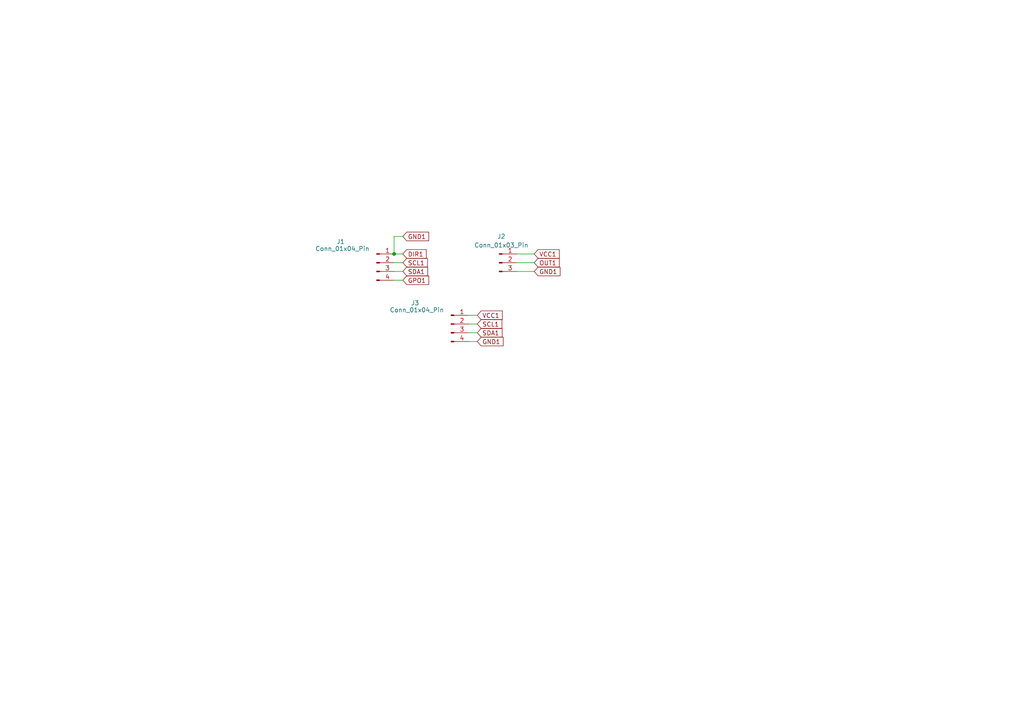
<source format=kicad_sch>
(kicad_sch
	(version 20250114)
	(generator "eeschema")
	(generator_version "9.0")
	(uuid "857a17b9-6f6b-4bfe-ad66-39ef52397642")
	(paper "A4")
	(lib_symbols
		(symbol "Connector:Conn_01x03_Pin"
			(pin_names
				(offset 1.016)
				(hide yes)
			)
			(exclude_from_sim no)
			(in_bom yes)
			(on_board yes)
			(property "Reference" "J"
				(at 0 5.08 0)
				(effects
					(font
						(size 1.27 1.27)
					)
				)
			)
			(property "Value" "Conn_01x03_Pin"
				(at 0 -5.08 0)
				(effects
					(font
						(size 1.27 1.27)
					)
				)
			)
			(property "Footprint" ""
				(at 0 0 0)
				(effects
					(font
						(size 1.27 1.27)
					)
					(hide yes)
				)
			)
			(property "Datasheet" "~"
				(at 0 0 0)
				(effects
					(font
						(size 1.27 1.27)
					)
					(hide yes)
				)
			)
			(property "Description" "Generic connector, single row, 01x03, script generated"
				(at 0 0 0)
				(effects
					(font
						(size 1.27 1.27)
					)
					(hide yes)
				)
			)
			(property "ki_locked" ""
				(at 0 0 0)
				(effects
					(font
						(size 1.27 1.27)
					)
				)
			)
			(property "ki_keywords" "connector"
				(at 0 0 0)
				(effects
					(font
						(size 1.27 1.27)
					)
					(hide yes)
				)
			)
			(property "ki_fp_filters" "Connector*:*_1x??_*"
				(at 0 0 0)
				(effects
					(font
						(size 1.27 1.27)
					)
					(hide yes)
				)
			)
			(symbol "Conn_01x03_Pin_1_1"
				(rectangle
					(start 0.8636 2.667)
					(end 0 2.413)
					(stroke
						(width 0.1524)
						(type default)
					)
					(fill
						(type outline)
					)
				)
				(rectangle
					(start 0.8636 0.127)
					(end 0 -0.127)
					(stroke
						(width 0.1524)
						(type default)
					)
					(fill
						(type outline)
					)
				)
				(rectangle
					(start 0.8636 -2.413)
					(end 0 -2.667)
					(stroke
						(width 0.1524)
						(type default)
					)
					(fill
						(type outline)
					)
				)
				(polyline
					(pts
						(xy 1.27 2.54) (xy 0.8636 2.54)
					)
					(stroke
						(width 0.1524)
						(type default)
					)
					(fill
						(type none)
					)
				)
				(polyline
					(pts
						(xy 1.27 0) (xy 0.8636 0)
					)
					(stroke
						(width 0.1524)
						(type default)
					)
					(fill
						(type none)
					)
				)
				(polyline
					(pts
						(xy 1.27 -2.54) (xy 0.8636 -2.54)
					)
					(stroke
						(width 0.1524)
						(type default)
					)
					(fill
						(type none)
					)
				)
				(pin passive line
					(at 5.08 2.54 180)
					(length 3.81)
					(name "Pin_1"
						(effects
							(font
								(size 1.27 1.27)
							)
						)
					)
					(number "1"
						(effects
							(font
								(size 1.27 1.27)
							)
						)
					)
				)
				(pin passive line
					(at 5.08 0 180)
					(length 3.81)
					(name "Pin_2"
						(effects
							(font
								(size 1.27 1.27)
							)
						)
					)
					(number "2"
						(effects
							(font
								(size 1.27 1.27)
							)
						)
					)
				)
				(pin passive line
					(at 5.08 -2.54 180)
					(length 3.81)
					(name "Pin_3"
						(effects
							(font
								(size 1.27 1.27)
							)
						)
					)
					(number "3"
						(effects
							(font
								(size 1.27 1.27)
							)
						)
					)
				)
			)
			(embedded_fonts no)
		)
		(symbol "Connector:Conn_01x04_Pin"
			(pin_names
				(offset 1.016)
				(hide yes)
			)
			(exclude_from_sim no)
			(in_bom yes)
			(on_board yes)
			(property "Reference" "J"
				(at 0 5.08 0)
				(effects
					(font
						(size 1.27 1.27)
					)
				)
			)
			(property "Value" "Conn_01x04_Pin"
				(at 0 -7.62 0)
				(effects
					(font
						(size 1.27 1.27)
					)
				)
			)
			(property "Footprint" ""
				(at 0 0 0)
				(effects
					(font
						(size 1.27 1.27)
					)
					(hide yes)
				)
			)
			(property "Datasheet" "~"
				(at 0 0 0)
				(effects
					(font
						(size 1.27 1.27)
					)
					(hide yes)
				)
			)
			(property "Description" "Generic connector, single row, 01x04, script generated"
				(at 0 0 0)
				(effects
					(font
						(size 1.27 1.27)
					)
					(hide yes)
				)
			)
			(property "ki_locked" ""
				(at 0 0 0)
				(effects
					(font
						(size 1.27 1.27)
					)
				)
			)
			(property "ki_keywords" "connector"
				(at 0 0 0)
				(effects
					(font
						(size 1.27 1.27)
					)
					(hide yes)
				)
			)
			(property "ki_fp_filters" "Connector*:*_1x??_*"
				(at 0 0 0)
				(effects
					(font
						(size 1.27 1.27)
					)
					(hide yes)
				)
			)
			(symbol "Conn_01x04_Pin_1_1"
				(rectangle
					(start 0.8636 2.667)
					(end 0 2.413)
					(stroke
						(width 0.1524)
						(type default)
					)
					(fill
						(type outline)
					)
				)
				(rectangle
					(start 0.8636 0.127)
					(end 0 -0.127)
					(stroke
						(width 0.1524)
						(type default)
					)
					(fill
						(type outline)
					)
				)
				(rectangle
					(start 0.8636 -2.413)
					(end 0 -2.667)
					(stroke
						(width 0.1524)
						(type default)
					)
					(fill
						(type outline)
					)
				)
				(rectangle
					(start 0.8636 -4.953)
					(end 0 -5.207)
					(stroke
						(width 0.1524)
						(type default)
					)
					(fill
						(type outline)
					)
				)
				(polyline
					(pts
						(xy 1.27 2.54) (xy 0.8636 2.54)
					)
					(stroke
						(width 0.1524)
						(type default)
					)
					(fill
						(type none)
					)
				)
				(polyline
					(pts
						(xy 1.27 0) (xy 0.8636 0)
					)
					(stroke
						(width 0.1524)
						(type default)
					)
					(fill
						(type none)
					)
				)
				(polyline
					(pts
						(xy 1.27 -2.54) (xy 0.8636 -2.54)
					)
					(stroke
						(width 0.1524)
						(type default)
					)
					(fill
						(type none)
					)
				)
				(polyline
					(pts
						(xy 1.27 -5.08) (xy 0.8636 -5.08)
					)
					(stroke
						(width 0.1524)
						(type default)
					)
					(fill
						(type none)
					)
				)
				(pin passive line
					(at 5.08 2.54 180)
					(length 3.81)
					(name "Pin_1"
						(effects
							(font
								(size 1.27 1.27)
							)
						)
					)
					(number "1"
						(effects
							(font
								(size 1.27 1.27)
							)
						)
					)
				)
				(pin passive line
					(at 5.08 0 180)
					(length 3.81)
					(name "Pin_2"
						(effects
							(font
								(size 1.27 1.27)
							)
						)
					)
					(number "2"
						(effects
							(font
								(size 1.27 1.27)
							)
						)
					)
				)
				(pin passive line
					(at 5.08 -2.54 180)
					(length 3.81)
					(name "Pin_3"
						(effects
							(font
								(size 1.27 1.27)
							)
						)
					)
					(number "3"
						(effects
							(font
								(size 1.27 1.27)
							)
						)
					)
				)
				(pin passive line
					(at 5.08 -5.08 180)
					(length 3.81)
					(name "Pin_4"
						(effects
							(font
								(size 1.27 1.27)
							)
						)
					)
					(number "4"
						(effects
							(font
								(size 1.27 1.27)
							)
						)
					)
				)
			)
			(embedded_fonts no)
		)
	)
	(junction
		(at 114.3 73.66)
		(diameter 0)
		(color 0 0 0 0)
		(uuid "e4721494-7402-47b6-9b6c-17dc2e66ad86")
	)
	(wire
		(pts
			(xy 135.89 91.44) (xy 138.43 91.44)
		)
		(stroke
			(width 0)
			(type default)
		)
		(uuid "22955c2c-55a4-4f68-be07-b1ef9f91e592")
	)
	(wire
		(pts
			(xy 114.3 81.28) (xy 116.84 81.28)
		)
		(stroke
			(width 0)
			(type default)
		)
		(uuid "23ad7486-fac3-45d9-8389-40da2c722a92")
	)
	(wire
		(pts
			(xy 114.3 76.2) (xy 116.84 76.2)
		)
		(stroke
			(width 0)
			(type default)
		)
		(uuid "32a2d75e-8b33-4d18-bbd1-5f54362f9e52")
	)
	(wire
		(pts
			(xy 135.89 99.06) (xy 138.43 99.06)
		)
		(stroke
			(width 0)
			(type default)
		)
		(uuid "472b4590-5c14-4919-a021-490cc071fd66")
	)
	(wire
		(pts
			(xy 149.86 76.2) (xy 154.94 76.2)
		)
		(stroke
			(width 0)
			(type default)
		)
		(uuid "51b9d67c-6f33-487d-8748-efcabee19fcc")
	)
	(wire
		(pts
			(xy 135.89 93.98) (xy 138.43 93.98)
		)
		(stroke
			(width 0)
			(type default)
		)
		(uuid "57473aa1-5340-40d6-8bad-c1f77728c4c6")
	)
	(wire
		(pts
			(xy 116.84 68.58) (xy 114.3 68.58)
		)
		(stroke
			(width 0)
			(type default)
		)
		(uuid "8ce24b09-9257-46a2-a8f6-ec59c188466a")
	)
	(wire
		(pts
			(xy 114.3 78.74) (xy 116.84 78.74)
		)
		(stroke
			(width 0)
			(type default)
		)
		(uuid "aad4e765-44de-4eeb-8986-b0deb8ca86c8")
	)
	(wire
		(pts
			(xy 135.89 96.52) (xy 138.43 96.52)
		)
		(stroke
			(width 0)
			(type default)
		)
		(uuid "b356a250-ea6a-4fd9-951f-c8c744767713")
	)
	(wire
		(pts
			(xy 114.3 68.58) (xy 114.3 73.66)
		)
		(stroke
			(width 0)
			(type default)
		)
		(uuid "c0dd7bf5-cfa7-43ec-9129-d363128b8d65")
	)
	(wire
		(pts
			(xy 149.86 78.74) (xy 154.94 78.74)
		)
		(stroke
			(width 0)
			(type default)
		)
		(uuid "d258c47b-3123-4d21-87e9-6cbeb796ee0e")
	)
	(wire
		(pts
			(xy 114.3 73.66) (xy 116.84 73.66)
		)
		(stroke
			(width 0)
			(type default)
		)
		(uuid "da743c99-9293-4408-8f28-f4f09860d4f9")
	)
	(wire
		(pts
			(xy 149.86 73.66) (xy 154.94 73.66)
		)
		(stroke
			(width 0)
			(type default)
		)
		(uuid "eb7aa7a0-21d2-4b2a-af03-5077a47324d9")
	)
	(global_label "VCC1"
		(shape input)
		(at 138.43 91.44 0)
		(fields_autoplaced yes)
		(effects
			(font
				(size 1.27 1.27)
			)
			(justify left)
		)
		(uuid "2419513e-df96-4553-abe5-ea04bd0f0443")
		(property "Intersheetrefs" "${INTERSHEET_REFS}"
			(at 146.2533 91.44 0)
			(effects
				(font
					(size 1.27 1.27)
				)
				(justify left)
				(hide yes)
			)
		)
	)
	(global_label "SCL1"
		(shape input)
		(at 116.84 76.2 0)
		(fields_autoplaced yes)
		(effects
			(font
				(size 1.27 1.27)
			)
			(justify left)
		)
		(uuid "2dc3605e-427f-4a83-a3c8-94f59d90dec6")
		(property "Intersheetrefs" "${INTERSHEET_REFS}"
			(at 124.5423 76.2 0)
			(effects
				(font
					(size 1.27 1.27)
				)
				(justify left)
				(hide yes)
			)
		)
	)
	(global_label "SDA1"
		(shape input)
		(at 138.43 96.52 0)
		(fields_autoplaced yes)
		(effects
			(font
				(size 1.27 1.27)
			)
			(justify left)
		)
		(uuid "63b08072-c199-417d-8ef7-350a37c38095")
		(property "Intersheetrefs" "${INTERSHEET_REFS}"
			(at 146.1928 96.52 0)
			(effects
				(font
					(size 1.27 1.27)
				)
				(justify left)
				(hide yes)
			)
		)
	)
	(global_label "SCL1"
		(shape input)
		(at 138.43 93.98 0)
		(fields_autoplaced yes)
		(effects
			(font
				(size 1.27 1.27)
			)
			(justify left)
		)
		(uuid "917d91d4-14b6-4234-9a4c-5126b7de0c60")
		(property "Intersheetrefs" "${INTERSHEET_REFS}"
			(at 146.1323 93.98 0)
			(effects
				(font
					(size 1.27 1.27)
				)
				(justify left)
				(hide yes)
			)
		)
	)
	(global_label "OUT1"
		(shape input)
		(at 154.94 76.2 0)
		(fields_autoplaced yes)
		(effects
			(font
				(size 1.27 1.27)
			)
			(justify left)
		)
		(uuid "b0025be8-4cb5-419a-84a1-a5abc5fc13e5")
		(property "Intersheetrefs" "${INTERSHEET_REFS}"
			(at 162.7633 76.2 0)
			(effects
				(font
					(size 1.27 1.27)
				)
				(justify left)
				(hide yes)
			)
		)
	)
	(global_label "SDA1"
		(shape input)
		(at 116.84 78.74 0)
		(fields_autoplaced yes)
		(effects
			(font
				(size 1.27 1.27)
			)
			(justify left)
		)
		(uuid "b84785ef-3f05-4c2d-b106-2bf93b6762ec")
		(property "Intersheetrefs" "${INTERSHEET_REFS}"
			(at 124.6028 78.74 0)
			(effects
				(font
					(size 1.27 1.27)
				)
				(justify left)
				(hide yes)
			)
		)
	)
	(global_label "VCC1"
		(shape input)
		(at 154.94 73.66 0)
		(fields_autoplaced yes)
		(effects
			(font
				(size 1.27 1.27)
			)
			(justify left)
		)
		(uuid "ba524e66-7fec-42aa-9c40-1a16d1965338")
		(property "Intersheetrefs" "${INTERSHEET_REFS}"
			(at 162.7633 73.66 0)
			(effects
				(font
					(size 1.27 1.27)
				)
				(justify left)
				(hide yes)
			)
		)
	)
	(global_label "GPO1"
		(shape input)
		(at 116.84 81.28 0)
		(fields_autoplaced yes)
		(effects
			(font
				(size 1.27 1.27)
			)
			(justify left)
		)
		(uuid "df2c0159-4580-438f-ba7f-79434ca67690")
		(property "Intersheetrefs" "${INTERSHEET_REFS}"
			(at 124.9052 81.28 0)
			(effects
				(font
					(size 1.27 1.27)
				)
				(justify left)
				(hide yes)
			)
		)
	)
	(global_label "GND1"
		(shape input)
		(at 116.84 68.58 0)
		(fields_autoplaced yes)
		(effects
			(font
				(size 1.27 1.27)
			)
			(justify left)
		)
		(uuid "e1259ce5-f570-4c07-a84d-adc3976ad0b3")
		(property "Intersheetrefs" "${INTERSHEET_REFS}"
			(at 124.9052 68.58 0)
			(effects
				(font
					(size 1.27 1.27)
				)
				(justify left)
				(hide yes)
			)
		)
	)
	(global_label "GND1"
		(shape input)
		(at 138.43 99.06 0)
		(fields_autoplaced yes)
		(effects
			(font
				(size 1.27 1.27)
			)
			(justify left)
		)
		(uuid "e94c3671-a7dc-4ae3-9dc4-468e95673fb1")
		(property "Intersheetrefs" "${INTERSHEET_REFS}"
			(at 146.4952 99.06 0)
			(effects
				(font
					(size 1.27 1.27)
				)
				(justify left)
				(hide yes)
			)
		)
	)
	(global_label "DIR1"
		(shape input)
		(at 116.84 73.66 0)
		(fields_autoplaced yes)
		(effects
			(font
				(size 1.27 1.27)
			)
			(justify left)
		)
		(uuid "f021fc30-e88c-4ca9-a1a9-6261a7ae693c")
		(property "Intersheetrefs" "${INTERSHEET_REFS}"
			(at 124.1795 73.66 0)
			(effects
				(font
					(size 1.27 1.27)
				)
				(justify left)
				(hide yes)
			)
		)
	)
	(global_label "GND1"
		(shape input)
		(at 154.94 78.74 0)
		(fields_autoplaced yes)
		(effects
			(font
				(size 1.27 1.27)
			)
			(justify left)
		)
		(uuid "f5299de1-c81a-4f81-915d-2f93277d085c")
		(property "Intersheetrefs" "${INTERSHEET_REFS}"
			(at 163.0052 78.74 0)
			(effects
				(font
					(size 1.27 1.27)
				)
				(justify left)
				(hide yes)
			)
		)
	)
	(symbol
		(lib_id "Connector:Conn_01x04_Pin")
		(at 109.22 76.2 0)
		(unit 1)
		(exclude_from_sim no)
		(in_bom yes)
		(on_board yes)
		(dnp no)
		(uuid "0f2b77c8-6403-4541-89e6-55f5e1559ca3")
		(property "Reference" "J1"
			(at 98.806 70.104 0)
			(effects
				(font
					(size 1.27 1.27)
				)
			)
		)
		(property "Value" "Conn_01x04_Pin"
			(at 99.314 72.136 0)
			(effects
				(font
					(size 1.27 1.27)
				)
			)
		)
		(property "Footprint" "Connector_PinHeader_2.54mm:PinHeader_1x04_P2.54mm_Vertical"
			(at 109.22 76.2 0)
			(effects
				(font
					(size 1.27 1.27)
				)
				(hide yes)
			)
		)
		(property "Datasheet" "~"
			(at 109.22 76.2 0)
			(effects
				(font
					(size 1.27 1.27)
				)
				(hide yes)
			)
		)
		(property "Description" "Generic connector, single row, 01x04, script generated"
			(at 109.22 76.2 0)
			(effects
				(font
					(size 1.27 1.27)
				)
				(hide yes)
			)
		)
		(pin "1"
			(uuid "97b6e8d3-f457-43f8-91f3-12ceaccdd60a")
		)
		(pin "2"
			(uuid "dfa118bb-c236-408e-92e3-a4e39841aec3")
		)
		(pin "4"
			(uuid "e50bd695-c6bc-4d4e-a764-0be4f1c78c1b")
		)
		(pin "3"
			(uuid "748e2022-56dc-4ce6-886d-bc814a78f964")
		)
		(instances
			(project "PCB AS5600 satuan"
				(path "/857a17b9-6f6b-4bfe-ad66-39ef52397642"
					(reference "J1")
					(unit 1)
				)
			)
		)
	)
	(symbol
		(lib_id "Connector:Conn_01x03_Pin")
		(at 144.78 76.2 0)
		(unit 1)
		(exclude_from_sim no)
		(in_bom yes)
		(on_board yes)
		(dnp no)
		(fields_autoplaced yes)
		(uuid "26181424-4a27-4612-b6e7-78e5194f3395")
		(property "Reference" "J2"
			(at 145.415 68.58 0)
			(effects
				(font
					(size 1.27 1.27)
				)
			)
		)
		(property "Value" "Conn_01x03_Pin"
			(at 145.415 71.12 0)
			(effects
				(font
					(size 1.27 1.27)
				)
			)
		)
		(property "Footprint" "Connector_PinHeader_2.54mm:PinHeader_1x03_P2.54mm_Vertical"
			(at 144.78 76.2 0)
			(effects
				(font
					(size 1.27 1.27)
				)
				(hide yes)
			)
		)
		(property "Datasheet" "~"
			(at 144.78 76.2 0)
			(effects
				(font
					(size 1.27 1.27)
				)
				(hide yes)
			)
		)
		(property "Description" "Generic connector, single row, 01x03, script generated"
			(at 144.78 76.2 0)
			(effects
				(font
					(size 1.27 1.27)
				)
				(hide yes)
			)
		)
		(pin "2"
			(uuid "33043969-fd98-4093-880c-12cf81c02d99")
		)
		(pin "1"
			(uuid "eb235192-2b40-4ec9-8bce-20ba7b5b0bd2")
		)
		(pin "3"
			(uuid "120829f1-897c-4c79-8961-e2e0677c27ff")
		)
		(instances
			(project "PCB AS5600 satuan"
				(path "/857a17b9-6f6b-4bfe-ad66-39ef52397642"
					(reference "J2")
					(unit 1)
				)
			)
		)
	)
	(symbol
		(lib_id "Connector:Conn_01x04_Pin")
		(at 130.81 93.98 0)
		(unit 1)
		(exclude_from_sim no)
		(in_bom yes)
		(on_board yes)
		(dnp no)
		(uuid "ded1dd8c-54ae-4758-b7f5-988794e000c8")
		(property "Reference" "J3"
			(at 120.396 87.884 0)
			(effects
				(font
					(size 1.27 1.27)
				)
			)
		)
		(property "Value" "Conn_01x04_Pin"
			(at 120.904 89.916 0)
			(effects
				(font
					(size 1.27 1.27)
				)
			)
		)
		(property "Footprint" "Connector_PinHeader_2.54mm:PinHeader_1x04_P2.54mm_Vertical"
			(at 130.81 93.98 0)
			(effects
				(font
					(size 1.27 1.27)
				)
				(hide yes)
			)
		)
		(property "Datasheet" "~"
			(at 130.81 93.98 0)
			(effects
				(font
					(size 1.27 1.27)
				)
				(hide yes)
			)
		)
		(property "Description" "Generic connector, single row, 01x04, script generated"
			(at 130.81 93.98 0)
			(effects
				(font
					(size 1.27 1.27)
				)
				(hide yes)
			)
		)
		(pin "1"
			(uuid "f225ef12-c01e-46ef-b6d0-4271bc8c6bed")
		)
		(pin "2"
			(uuid "fe8287d8-198a-4b00-83e3-5f3b67e8ae6f")
		)
		(pin "4"
			(uuid "84106370-92e7-4886-bc5e-62dce3fd4c77")
		)
		(pin "3"
			(uuid "3381e0c0-44e3-45cf-8b22-73bdedf1fd89")
		)
		(instances
			(project "PCB AS5600 satuan"
				(path "/857a17b9-6f6b-4bfe-ad66-39ef52397642"
					(reference "J3")
					(unit 1)
				)
			)
		)
	)
	(sheet_instances
		(path "/"
			(page "1")
		)
	)
	(embedded_fonts no)
)

</source>
